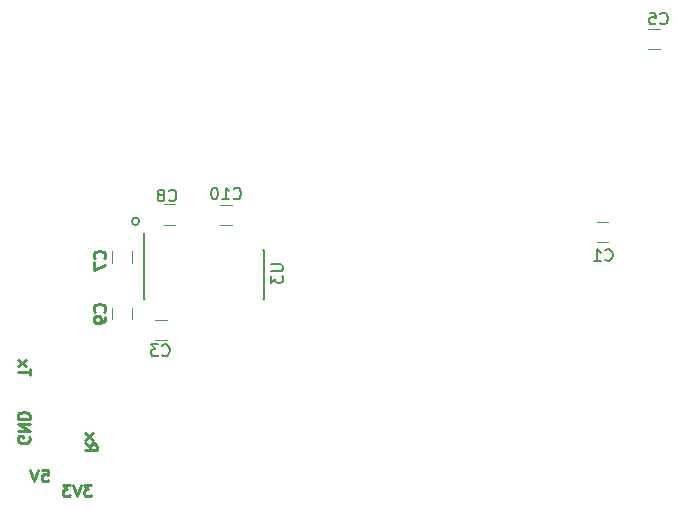
<source format=gbr>
G04 #@! TF.FileFunction,Legend,Bot*
%FSLAX46Y46*%
G04 Gerber Fmt 4.6, Leading zero omitted, Abs format (unit mm)*
G04 Created by KiCad (PCBNEW 4.0.4-stable) date 04/28/17 11:07:38*
%MOMM*%
%LPD*%
G01*
G04 APERTURE LIST*
%ADD10C,0.100000*%
%ADD11C,0.200000*%
%ADD12C,0.250000*%
%ADD13C,0.120000*%
%ADD14C,0.150000*%
G04 APERTURE END LIST*
D10*
D11*
X127216228Y-94900000D02*
G75*
G03X127216228Y-94900000I-316228J0D01*
G01*
D12*
X123148095Y-117182381D02*
X122529047Y-117182381D01*
X122862381Y-117563333D01*
X122719523Y-117563333D01*
X122624285Y-117610952D01*
X122576666Y-117658571D01*
X122529047Y-117753810D01*
X122529047Y-117991905D01*
X122576666Y-118087143D01*
X122624285Y-118134762D01*
X122719523Y-118182381D01*
X123005238Y-118182381D01*
X123100476Y-118134762D01*
X123148095Y-118087143D01*
X122243333Y-117182381D02*
X121910000Y-118182381D01*
X121576666Y-117182381D01*
X121338571Y-117182381D02*
X120719523Y-117182381D01*
X121052857Y-117563333D01*
X120909999Y-117563333D01*
X120814761Y-117610952D01*
X120767142Y-117658571D01*
X120719523Y-117753810D01*
X120719523Y-117991905D01*
X120767142Y-118087143D01*
X120814761Y-118134762D01*
X120909999Y-118182381D01*
X121195714Y-118182381D01*
X121290952Y-118134762D01*
X121338571Y-118087143D01*
X119000476Y-115912381D02*
X119476667Y-115912381D01*
X119524286Y-116388571D01*
X119476667Y-116340952D01*
X119381429Y-116293333D01*
X119143333Y-116293333D01*
X119048095Y-116340952D01*
X119000476Y-116388571D01*
X118952857Y-116483810D01*
X118952857Y-116721905D01*
X119000476Y-116817143D01*
X119048095Y-116864762D01*
X119143333Y-116912381D01*
X119381429Y-116912381D01*
X119476667Y-116864762D01*
X119524286Y-116817143D01*
X118667143Y-115912381D02*
X118333810Y-116912381D01*
X118000476Y-115912381D01*
X117880000Y-113131904D02*
X117927619Y-113227142D01*
X117927619Y-113369999D01*
X117880000Y-113512857D01*
X117784762Y-113608095D01*
X117689524Y-113655714D01*
X117499048Y-113703333D01*
X117356190Y-113703333D01*
X117165714Y-113655714D01*
X117070476Y-113608095D01*
X116975238Y-113512857D01*
X116927619Y-113369999D01*
X116927619Y-113274761D01*
X116975238Y-113131904D01*
X117022857Y-113084285D01*
X117356190Y-113084285D01*
X117356190Y-113274761D01*
X116927619Y-112655714D02*
X117927619Y-112655714D01*
X116927619Y-112084285D01*
X117927619Y-112084285D01*
X116927619Y-111608095D02*
X117927619Y-111608095D01*
X117927619Y-111370000D01*
X117880000Y-111227142D01*
X117784762Y-111131904D01*
X117689524Y-111084285D01*
X117499048Y-111036666D01*
X117356190Y-111036666D01*
X117165714Y-111084285D01*
X117070476Y-111131904D01*
X116975238Y-111227142D01*
X116927619Y-111370000D01*
X116927619Y-111608095D01*
X122597619Y-113705238D02*
X123073810Y-114038572D01*
X122597619Y-114276667D02*
X123597619Y-114276667D01*
X123597619Y-113895714D01*
X123550000Y-113800476D01*
X123502381Y-113752857D01*
X123407143Y-113705238D01*
X123264286Y-113705238D01*
X123169048Y-113752857D01*
X123121429Y-113800476D01*
X123073810Y-113895714D01*
X123073810Y-114276667D01*
X122597619Y-113371905D02*
X123264286Y-112848095D01*
X123264286Y-113371905D02*
X122597619Y-112848095D01*
X117977619Y-107940476D02*
X117977619Y-107369047D01*
X116977619Y-107654762D02*
X117977619Y-107654762D01*
X116977619Y-107130952D02*
X117644286Y-106607142D01*
X117644286Y-107130952D02*
X116977619Y-106607142D01*
D13*
X165930000Y-94980000D02*
X166930000Y-94980000D01*
X166930000Y-96680000D02*
X165930000Y-96680000D01*
D14*
X127610000Y-97295000D02*
X127635000Y-97295000D01*
X127610000Y-101445000D02*
X127715000Y-101445000D01*
X137760000Y-101445000D02*
X137655000Y-101445000D01*
X137760000Y-97295000D02*
X137655000Y-97295000D01*
X127610000Y-97295000D02*
X127610000Y-101445000D01*
X137760000Y-97295000D02*
X137760000Y-101445000D01*
X127635000Y-97295000D02*
X127635000Y-95920000D01*
D13*
X134050000Y-93490000D02*
X135050000Y-93490000D01*
X135050000Y-95190000D02*
X134050000Y-95190000D01*
X126620000Y-102200000D02*
X126620000Y-103200000D01*
X124920000Y-103200000D02*
X124920000Y-102200000D01*
X129530000Y-104950000D02*
X128530000Y-104950000D01*
X128530000Y-103250000D02*
X129530000Y-103250000D01*
X171320000Y-80340000D02*
X170320000Y-80340000D01*
X170320000Y-78640000D02*
X171320000Y-78640000D01*
X124920000Y-98450000D02*
X124920000Y-97450000D01*
X126620000Y-97450000D02*
X126620000Y-98450000D01*
X130280000Y-95170000D02*
X129280000Y-95170000D01*
X129280000Y-93470000D02*
X130280000Y-93470000D01*
D14*
X166666666Y-98157143D02*
X166714285Y-98204762D01*
X166857142Y-98252381D01*
X166952380Y-98252381D01*
X167095238Y-98204762D01*
X167190476Y-98109524D01*
X167238095Y-98014286D01*
X167285714Y-97823810D01*
X167285714Y-97680952D01*
X167238095Y-97490476D01*
X167190476Y-97395238D01*
X167095238Y-97300000D01*
X166952380Y-97252381D01*
X166857142Y-97252381D01*
X166714285Y-97300000D01*
X166666666Y-97347619D01*
X165714285Y-98252381D02*
X166285714Y-98252381D01*
X166000000Y-98252381D02*
X166000000Y-97252381D01*
X166095238Y-97395238D01*
X166190476Y-97490476D01*
X166285714Y-97538095D01*
X138352381Y-98538095D02*
X139161905Y-98538095D01*
X139257143Y-98585714D01*
X139304762Y-98633333D01*
X139352381Y-98728571D01*
X139352381Y-98919048D01*
X139304762Y-99014286D01*
X139257143Y-99061905D01*
X139161905Y-99109524D01*
X138352381Y-99109524D01*
X138352381Y-99490476D02*
X138352381Y-100109524D01*
X138733333Y-99776190D01*
X138733333Y-99919048D01*
X138780952Y-100014286D01*
X138828571Y-100061905D01*
X138923810Y-100109524D01*
X139161905Y-100109524D01*
X139257143Y-100061905D01*
X139304762Y-100014286D01*
X139352381Y-99919048D01*
X139352381Y-99633333D01*
X139304762Y-99538095D01*
X139257143Y-99490476D01*
X135192857Y-92947143D02*
X135240476Y-92994762D01*
X135383333Y-93042381D01*
X135478571Y-93042381D01*
X135621429Y-92994762D01*
X135716667Y-92899524D01*
X135764286Y-92804286D01*
X135811905Y-92613810D01*
X135811905Y-92470952D01*
X135764286Y-92280476D01*
X135716667Y-92185238D01*
X135621429Y-92090000D01*
X135478571Y-92042381D01*
X135383333Y-92042381D01*
X135240476Y-92090000D01*
X135192857Y-92137619D01*
X134240476Y-93042381D02*
X134811905Y-93042381D01*
X134526191Y-93042381D02*
X134526191Y-92042381D01*
X134621429Y-92185238D01*
X134716667Y-92280476D01*
X134811905Y-92328095D01*
X133621429Y-92042381D02*
X133526190Y-92042381D01*
X133430952Y-92090000D01*
X133383333Y-92137619D01*
X133335714Y-92232857D01*
X133288095Y-92423333D01*
X133288095Y-92661429D01*
X133335714Y-92851905D01*
X133383333Y-92947143D01*
X133430952Y-92994762D01*
X133526190Y-93042381D01*
X133621429Y-93042381D01*
X133716667Y-92994762D01*
X133764286Y-92947143D01*
X133811905Y-92851905D01*
X133859524Y-92661429D01*
X133859524Y-92423333D01*
X133811905Y-92232857D01*
X133764286Y-92137619D01*
X133716667Y-92090000D01*
X133621429Y-92042381D01*
D12*
X124257143Y-102533334D02*
X124304762Y-102485715D01*
X124352381Y-102342858D01*
X124352381Y-102247620D01*
X124304762Y-102104762D01*
X124209524Y-102009524D01*
X124114286Y-101961905D01*
X123923810Y-101914286D01*
X123780952Y-101914286D01*
X123590476Y-101961905D01*
X123495238Y-102009524D01*
X123400000Y-102104762D01*
X123352381Y-102247620D01*
X123352381Y-102342858D01*
X123400000Y-102485715D01*
X123447619Y-102533334D01*
X124352381Y-103009524D02*
X124352381Y-103200000D01*
X124304762Y-103295239D01*
X124257143Y-103342858D01*
X124114286Y-103438096D01*
X123923810Y-103485715D01*
X123542857Y-103485715D01*
X123447619Y-103438096D01*
X123400000Y-103390477D01*
X123352381Y-103295239D01*
X123352381Y-103104762D01*
X123400000Y-103009524D01*
X123447619Y-102961905D01*
X123542857Y-102914286D01*
X123780952Y-102914286D01*
X123876190Y-102961905D01*
X123923810Y-103009524D01*
X123971429Y-103104762D01*
X123971429Y-103295239D01*
X123923810Y-103390477D01*
X123876190Y-103438096D01*
X123780952Y-103485715D01*
D14*
X129156666Y-106227143D02*
X129204285Y-106274762D01*
X129347142Y-106322381D01*
X129442380Y-106322381D01*
X129585238Y-106274762D01*
X129680476Y-106179524D01*
X129728095Y-106084286D01*
X129775714Y-105893810D01*
X129775714Y-105750952D01*
X129728095Y-105560476D01*
X129680476Y-105465238D01*
X129585238Y-105370000D01*
X129442380Y-105322381D01*
X129347142Y-105322381D01*
X129204285Y-105370000D01*
X129156666Y-105417619D01*
X128823333Y-105322381D02*
X128204285Y-105322381D01*
X128537619Y-105703333D01*
X128394761Y-105703333D01*
X128299523Y-105750952D01*
X128251904Y-105798571D01*
X128204285Y-105893810D01*
X128204285Y-106131905D01*
X128251904Y-106227143D01*
X128299523Y-106274762D01*
X128394761Y-106322381D01*
X128680476Y-106322381D01*
X128775714Y-106274762D01*
X128823333Y-106227143D01*
X171336666Y-78127143D02*
X171384285Y-78174762D01*
X171527142Y-78222381D01*
X171622380Y-78222381D01*
X171765238Y-78174762D01*
X171860476Y-78079524D01*
X171908095Y-77984286D01*
X171955714Y-77793810D01*
X171955714Y-77650952D01*
X171908095Y-77460476D01*
X171860476Y-77365238D01*
X171765238Y-77270000D01*
X171622380Y-77222381D01*
X171527142Y-77222381D01*
X171384285Y-77270000D01*
X171336666Y-77317619D01*
X170431904Y-77222381D02*
X170908095Y-77222381D01*
X170955714Y-77698571D01*
X170908095Y-77650952D01*
X170812857Y-77603333D01*
X170574761Y-77603333D01*
X170479523Y-77650952D01*
X170431904Y-77698571D01*
X170384285Y-77793810D01*
X170384285Y-78031905D01*
X170431904Y-78127143D01*
X170479523Y-78174762D01*
X170574761Y-78222381D01*
X170812857Y-78222381D01*
X170908095Y-78174762D01*
X170955714Y-78127143D01*
D12*
X124257143Y-98033334D02*
X124304762Y-97985715D01*
X124352381Y-97842858D01*
X124352381Y-97747620D01*
X124304762Y-97604762D01*
X124209524Y-97509524D01*
X124114286Y-97461905D01*
X123923810Y-97414286D01*
X123780952Y-97414286D01*
X123590476Y-97461905D01*
X123495238Y-97509524D01*
X123400000Y-97604762D01*
X123352381Y-97747620D01*
X123352381Y-97842858D01*
X123400000Y-97985715D01*
X123447619Y-98033334D01*
X123352381Y-98366667D02*
X123352381Y-99033334D01*
X124352381Y-98604762D01*
D14*
X129726666Y-93117143D02*
X129774285Y-93164762D01*
X129917142Y-93212381D01*
X130012380Y-93212381D01*
X130155238Y-93164762D01*
X130250476Y-93069524D01*
X130298095Y-92974286D01*
X130345714Y-92783810D01*
X130345714Y-92640952D01*
X130298095Y-92450476D01*
X130250476Y-92355238D01*
X130155238Y-92260000D01*
X130012380Y-92212381D01*
X129917142Y-92212381D01*
X129774285Y-92260000D01*
X129726666Y-92307619D01*
X129155238Y-92640952D02*
X129250476Y-92593333D01*
X129298095Y-92545714D01*
X129345714Y-92450476D01*
X129345714Y-92402857D01*
X129298095Y-92307619D01*
X129250476Y-92260000D01*
X129155238Y-92212381D01*
X128964761Y-92212381D01*
X128869523Y-92260000D01*
X128821904Y-92307619D01*
X128774285Y-92402857D01*
X128774285Y-92450476D01*
X128821904Y-92545714D01*
X128869523Y-92593333D01*
X128964761Y-92640952D01*
X129155238Y-92640952D01*
X129250476Y-92688571D01*
X129298095Y-92736190D01*
X129345714Y-92831429D01*
X129345714Y-93021905D01*
X129298095Y-93117143D01*
X129250476Y-93164762D01*
X129155238Y-93212381D01*
X128964761Y-93212381D01*
X128869523Y-93164762D01*
X128821904Y-93117143D01*
X128774285Y-93021905D01*
X128774285Y-92831429D01*
X128821904Y-92736190D01*
X128869523Y-92688571D01*
X128964761Y-92640952D01*
M02*

</source>
